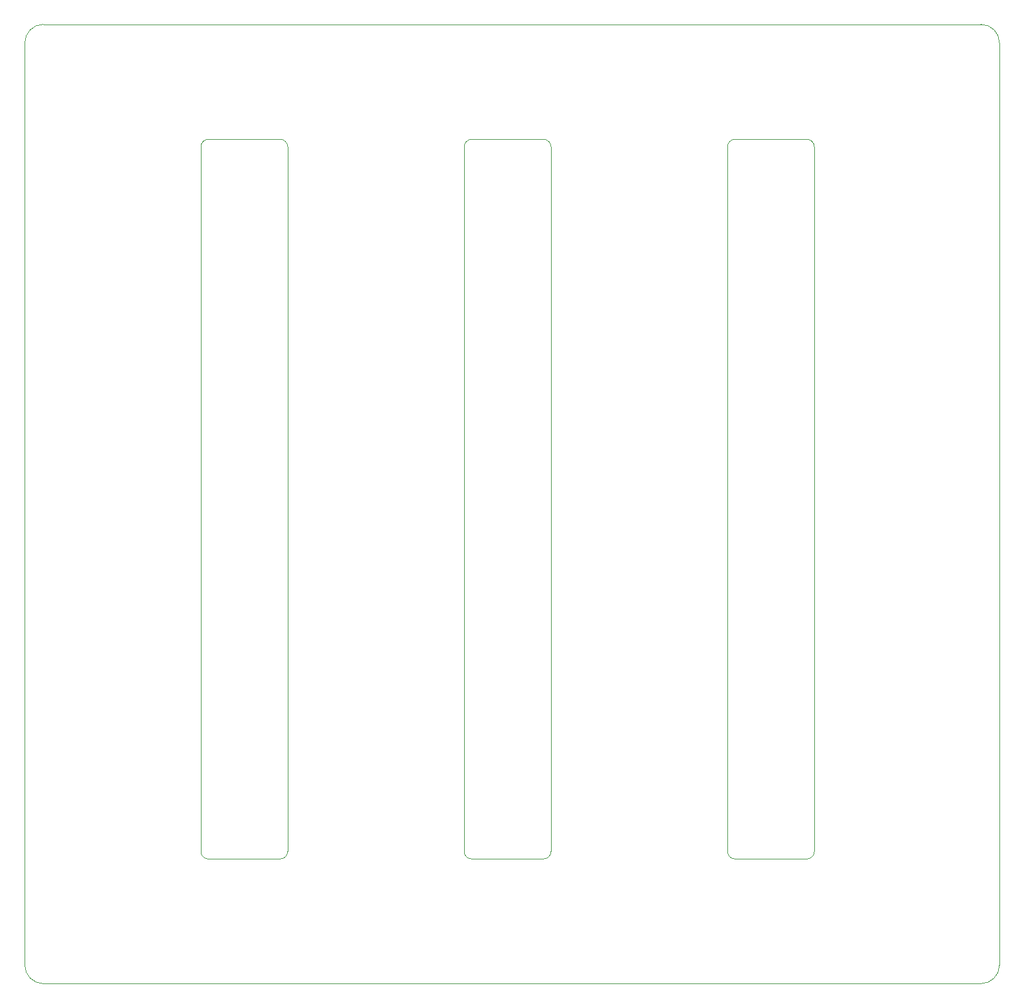
<source format=gbr>
%TF.GenerationSoftware,KiCad,Pcbnew,7.0.9*%
%TF.CreationDate,2024-03-30T19:36:49+01:00*%
%TF.ProjectId,8x-sata-backplane,38782d73-6174-4612-9d62-61636b706c61,rev?*%
%TF.SameCoordinates,Original*%
%TF.FileFunction,Profile,NP*%
%FSLAX46Y46*%
G04 Gerber Fmt 4.6, Leading zero omitted, Abs format (unit mm)*
G04 Created by KiCad (PCBNEW 7.0.9) date 2024-03-30 19:36:49*
%MOMM*%
%LPD*%
G01*
G04 APERTURE LIST*
%TA.AperFunction,Profile*%
%ADD10C,0.100000*%
%TD*%
G04 APERTURE END LIST*
D10*
X95400000Y-39862000D02*
G75*
G03*
X94400000Y-38862000I-1000000J0D01*
G01*
X48334000Y-134636000D02*
X48334000Y-39862000D01*
X95400000Y-39862000D02*
X95400000Y-134636000D01*
X60000000Y-39862000D02*
X60000000Y-134636000D01*
X27154000Y-23400002D02*
G75*
G03*
X24654000Y-25900000I-2J-2499998D01*
G01*
X49334000Y-38862000D02*
G75*
G03*
X48334000Y-39862000I0J-1000000D01*
G01*
X83734000Y-134636000D02*
X83734000Y-39862000D01*
X60000000Y-39862000D02*
G75*
G03*
X59000000Y-38862000I-1000000J0D01*
G01*
X59000000Y-135636000D02*
G75*
G03*
X60000000Y-134636000I0J1000000D01*
G01*
X59000000Y-135636000D02*
X49334000Y-135636000D01*
X48334000Y-134636000D02*
G75*
G03*
X49334000Y-135636000I1000000J0D01*
G01*
X94400000Y-135636000D02*
X84734000Y-135636000D01*
X49334000Y-38862000D02*
X59000000Y-38862000D01*
X129800000Y-135636000D02*
G75*
G03*
X130800000Y-134636000I0J1000000D01*
G01*
X94400000Y-135636000D02*
G75*
G03*
X95400000Y-134636000I0J1000000D01*
G01*
X120134000Y-38862000D02*
X129800000Y-38862000D01*
X119134000Y-134636000D02*
G75*
G03*
X120134000Y-135636000I1000000J0D01*
G01*
X24654000Y-149900000D02*
X24654000Y-25900000D01*
X27154000Y-23400000D02*
X153202000Y-23400000D01*
X119134000Y-134636000D02*
X119134000Y-39862000D01*
X153202000Y-152397800D02*
G75*
G03*
X155702000Y-149897767I0J2500000D01*
G01*
X155702000Y-25897767D02*
X155702000Y-149897767D01*
X130800000Y-39862000D02*
X130800000Y-134636000D01*
X83734000Y-134636000D02*
G75*
G03*
X84734000Y-135636000I1000000J0D01*
G01*
X84734000Y-38862000D02*
X94400000Y-38862000D01*
X84734000Y-38862000D02*
G75*
G03*
X83734000Y-39862000I0J-1000000D01*
G01*
X24654002Y-149900000D02*
G75*
G03*
X27154000Y-152400000I2499998J-2D01*
G01*
X153202000Y-152400000D02*
X27154000Y-152400000D01*
X155702033Y-25897767D02*
G75*
G03*
X153202000Y-23397767I-2500033J-33D01*
G01*
X130800000Y-39862000D02*
G75*
G03*
X129800000Y-38862000I-1000000J0D01*
G01*
X129800000Y-135636000D02*
X120134000Y-135636000D01*
X120134000Y-38862000D02*
G75*
G03*
X119134000Y-39862000I0J-1000000D01*
G01*
M02*

</source>
